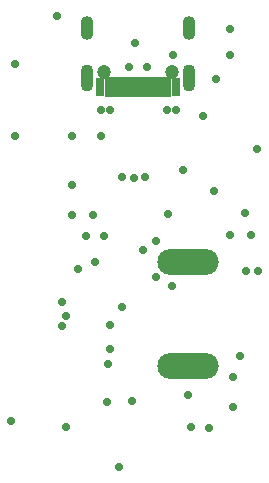
<source format=gbs>
G04*
G04 #@! TF.GenerationSoftware,Altium Limited,Altium Designer,21.7.2 (23)*
G04*
G04 Layer_Color=16711935*
%FSLAX25Y25*%
%MOIN*%
G70*
G04*
G04 #@! TF.SameCoordinates,D0A3D993-BCFD-4162-BC10-8A45587FADB4*
G04*
G04*
G04 #@! TF.FilePolarity,Negative*
G04*
G01*
G75*
%ADD34R,0.03465X0.07008*%
%ADD35R,0.02913X0.06457*%
%ADD36R,0.02284X0.07008*%
%ADD40O,0.20485X0.08674*%
%ADD41C,0.04724*%
%ADD42O,0.04331X0.09055*%
%ADD43O,0.04331X0.07874*%
%ADD44C,0.02800*%
D34*
X37051Y133280D02*
D03*
X55949D02*
D03*
D35*
X33902D02*
D03*
X59098D02*
D03*
D36*
X39610D02*
D03*
X41579D02*
D03*
X43547D02*
D03*
X53390D02*
D03*
X51421D02*
D03*
X49453D02*
D03*
X47484D02*
D03*
X45516D02*
D03*
D40*
X63000Y40307D02*
D03*
Y74953D02*
D03*
D41*
X57917Y138201D02*
D03*
X35083D02*
D03*
D03*
X57917D02*
D03*
D42*
X29472Y136232D02*
D03*
X63528D02*
D03*
D03*
X29472D02*
D03*
D43*
X63528Y152768D02*
D03*
X29472D02*
D03*
D03*
X63528D02*
D03*
D44*
X84000Y84000D02*
D03*
X77000D02*
D03*
X48000Y79000D02*
D03*
X24500Y90500D02*
D03*
X29000Y83500D02*
D03*
X26500Y72500D02*
D03*
X36500Y41000D02*
D03*
X63000Y30500D02*
D03*
X78000Y36500D02*
D03*
Y26500D02*
D03*
X70000Y19500D02*
D03*
X22500Y20000D02*
D03*
X4000Y22000D02*
D03*
X24500Y100500D02*
D03*
X34000Y117000D02*
D03*
X24500D02*
D03*
X5500D02*
D03*
Y141000D02*
D03*
X19500Y157000D02*
D03*
X68000Y123500D02*
D03*
X72500Y135941D02*
D03*
X77000Y152500D02*
D03*
Y144000D02*
D03*
X82032Y91125D02*
D03*
X71742Y98750D02*
D03*
X61500Y105750D02*
D03*
X56500Y91000D02*
D03*
X45000Y103000D02*
D03*
X31500Y90500D02*
D03*
X32000Y75000D02*
D03*
X41000Y60000D02*
D03*
X37000Y46000D02*
D03*
X64000Y20000D02*
D03*
X36268Y28268D02*
D03*
X44500Y28500D02*
D03*
X80500Y43500D02*
D03*
X40000Y6500D02*
D03*
X37000Y54000D02*
D03*
X35000Y83500D02*
D03*
X85969Y112488D02*
D03*
X57661Y66839D02*
D03*
X86500Y72000D02*
D03*
X82500D02*
D03*
X21000Y53500D02*
D03*
Y61500D02*
D03*
X22500Y57000D02*
D03*
X48740Y103240D02*
D03*
X41260Y103260D02*
D03*
X52500Y70000D02*
D03*
Y82000D02*
D03*
X49500Y140000D02*
D03*
X43500D02*
D03*
X58000Y144000D02*
D03*
X45500Y148000D02*
D03*
X34000Y125500D02*
D03*
X59000D02*
D03*
X37000D02*
D03*
X56000D02*
D03*
M02*

</source>
